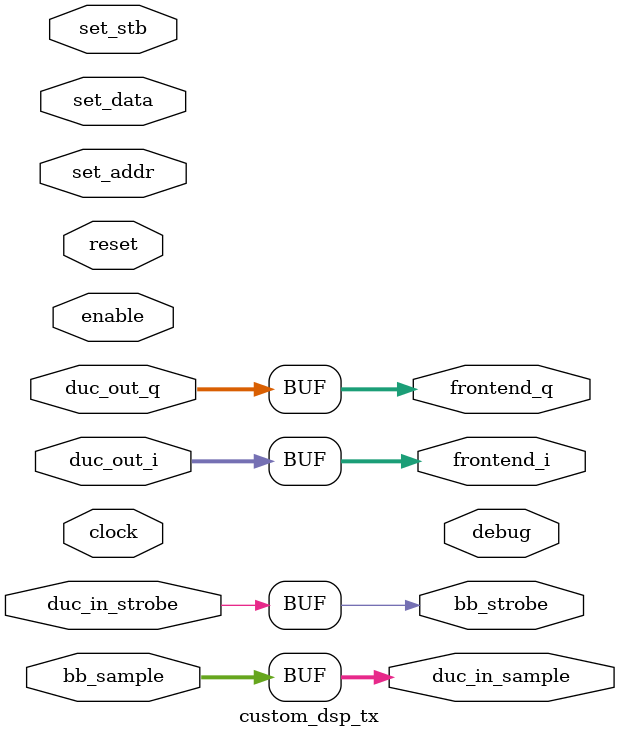
<source format=v>


//The following module effects the IO of the DUC chain.
//By default, this entire module is a simple pass-through.

//To implement DSP logic before the DUC:
//Implement custom DSP between baseband and duc input.

//To implement DSP logic after the DUC:
//Implement custom DSP between duc output and frontend.

//To bypass the DUC with custom logic:
//Implement custom DSP between baseband and frontend.

module custom_dsp_tx
#(
    parameter DSPNO = 0,
    parameter ADCW = 24
)
(
    //control signals
    input clock, input reset, input enable,

    //settings bus
    input set_stb, input [7:0] set_addr, input [31:0] set_data,

    //full rate outputs directly to the TX frontend
    output [ADCW-1:0] frontend_i,
    output [ADCW-1:0] frontend_q,

    //full rate outputs directly from the DUC chain
    input [ADCW-1:0] duc_out_i,
    input [ADCW-1:0] duc_out_q,

    //strobed samples {I16,Q16} to the TX DUC chain
    output [31:0] duc_in_sample,
    input duc_in_strobe, //this is a backpressure signal

    //strobbed baseband samples {I16,Q16} to this module
    input [31:0] bb_sample,
    output bb_strobe, //this is a backpressure signal

    //debug output (optional)
    output [31:0] debug
);

    generate
        if (DSPNO==0) begin
            `ifndef TX_DSP0_MODULE
            assign frontend_i = duc_out_i;
            assign frontend_q = duc_out_q;
            assign duc_in_sample = bb_sample;
            assign bb_strobe = duc_in_strobe;
            `else
            TX_DSP0_CUSTOM_MODULE_NAME tx_dsp0_custom
            (
                .clock(clock), .reset(reset), .enable(enable),
                .set_stb(set_stb), .set_addr(set_addr), .set_data(set_data),
                .frontend_i(frontend_i), .frontend_q(frontend_q),
                .duc_out_i(duc_out_i), .duc_out_q(duc_out_q),
                .duc_in_sample(duc_in_sample), .duc_in_strobe(duc_in_strobe),
                .bb_sample(bb_sample), .bb_strobe(bb_strobe)
            );
            `endif
        end
        if (DSPNO==1) begin
            `ifndef TX_DSP1_MODULE
            assign frontend_i = duc_out_i;
            assign frontend_q = duc_out_q;
            assign duc_in_sample = bb_sample;
            assign bb_strobe = duc_in_strobe;
            `else
            TX_DSP1_CUSTOM_MODULE_NAME tx_dsp1_custom
            (
                .clock(clock), .reset(reset), .enable(enable),
                .set_stb(set_stb), .set_addr(set_addr), .set_data(set_data),
                .frontend_i(frontend_i), .frontend_q(frontend_q),
                .duc_out_i(duc_out_i), .duc_out_q(duc_out_q),
                .duc_in_sample(duc_in_sample), .duc_in_strobe(duc_in_strobe),
                .bb_sample(bb_sample), .bb_strobe(bb_strobe)
            );
            `endif
        end
        if (DSPNO==2) begin
            `ifndef TX_DSP2_MODULE
            assign frontend_i = duc_out_i;
            assign frontend_q = duc_out_q;
            assign duc_in_sample = bb_sample;
            assign bb_strobe = duc_in_strobe;
            `else
            TX_DSP2_CUSTOM_MODULE_NAME tx_dsp2_custom
            (
                .clock(clock), .reset(reset), .enable(enable),
                .set_stb(set_stb), .set_addr(set_addr), .set_data(set_data),
                .frontend_i(frontend_i), .frontend_q(frontend_q),
                .duc_out_i(duc_out_i), .duc_out_q(duc_out_q),
                .duc_in_sample(duc_in_sample), .duc_in_strobe(duc_in_strobe),
                .bb_sample(bb_sample), .bb_strobe(bb_strobe)
            );
            `endif
        end
        else begin
            `ifndef TX_DSP3_MODULE
            assign frontend_i = duc_out_i;
            assign frontend_q = duc_out_q;
            assign duc_in_sample = bb_sample;
            assign bb_strobe = duc_in_strobe;
            `else
            TX_DSP3_CUSTOM_MODULE_NAME tx_dsp3_custom
            (
                .clock(clock), .reset(reset), .enable(enable),
                .set_stb(set_stb), .set_addr(set_addr), .set_data(set_data),
                .frontend_i(frontend_i), .frontend_q(frontend_q),
                .duc_out_i(duc_out_i), .duc_out_q(duc_out_q),
                .duc_in_sample(duc_in_sample), .duc_in_strobe(duc_in_strobe),
                .bb_sample(bb_sample), .bb_strobe(bb_strobe)
            );
            `endif
        end
    endgenerate

endmodule //custom_dsp_tx

</source>
